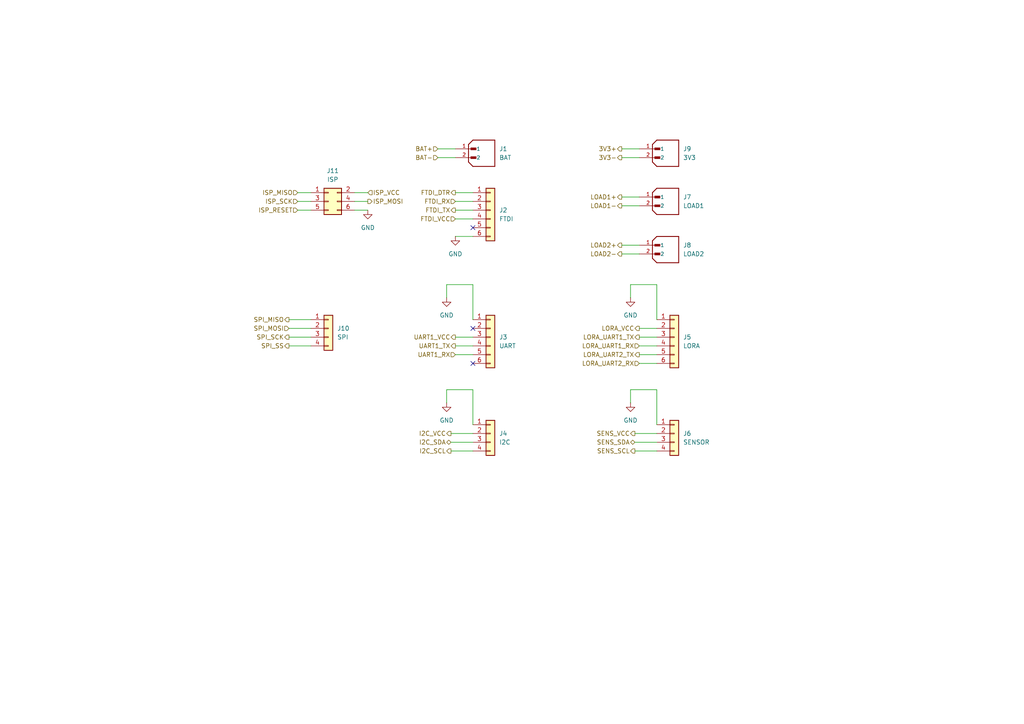
<source format=kicad_sch>
(kicad_sch (version 20231120) (generator "eeschema") (generator_version "8.0")
  (paper "A4")
  (lib_symbols
    (symbol "B2B-XH-A__LF__SN_:B2B-XH-A__LF__SN_" (pin_names (offset 1.016))
      (property "Reference" "J" (at -2.54 6.35 0))
      (property "Value" "B2B-XH-A__LF__SN_" (at -2.54 -5.08 0))
      (symbol "B2B-XH-A__LF__SN__0_0"
        (rectangle (start -3.175 -0.3175) (end -1.5875 0.3175) (stroke (width 0.1)) (fill (type outline)))
        (rectangle (start -3.175 2.2225) (end -1.5875 2.8575) (stroke (width 0.1)) (fill (type outline)))
        (polyline (pts (xy -3.81 -1.27) (xy -2.54 -2.54)) (stroke (width 0.254)))
        (polyline (pts (xy -3.81 3.81) (xy -3.81 -1.27)) (stroke (width 0.254)))
        (polyline (pts (xy -3.81 3.81) (xy -2.54 5.08)) (stroke (width 0.254)))
        (polyline (pts (xy -2.54 -2.54) (xy 3.81 -2.54)) (stroke (width 0.254)))
        (polyline (pts (xy 3.81 -2.54) (xy 3.81 5.08)) (stroke (width 0.254)))
        (polyline (pts (xy 3.81 5.08) (xy -2.54 5.08)) (stroke (width 0.254)))
        (pin passive line (at -7.62 2.54 0) (length 5.08) (name "1") (number "1"))
        (pin passive line (at -7.62 0 0) (length 5.08) (name "2") (number "2"))
      )
    )
    (symbol "Connector_Generic:Conn_01x04" (pin_names (offset 1.016) hide)
      (property "Reference" "J" (at 0 5.08 0))
      (property "Value" "Conn_01x04" (at 0 -7.62 0))
      (symbol "Conn_01x04_1_1"
        (rectangle (start -1.27 -4.953) (end 0 -5.207) (stroke (width 0.1524)))
        (rectangle (start -1.27 -2.413) (end 0 -2.667) (stroke (width 0.1524)))
        (rectangle (start -1.27 0.127) (end 0 -0.127) (stroke (width 0.1524)))
        (rectangle (start -1.27 2.667) (end 0 2.413) (stroke (width 0.1524)))
        (rectangle (start -1.27 3.81) (end 1.27 -6.35) (stroke (width 0.254)) (fill (type background)))
        (pin passive line (at -5.08 2.54 0) (length 3.81) (name "Pin_1") (number "1"))
        (pin passive line (at -5.08 0 0) (length 3.81) (name "Pin_2") (number "2"))
        (pin passive line (at -5.08 -2.54 0) (length 3.81) (name "Pin_3") (number "3"))
        (pin passive line (at -5.08 -5.08 0) (length 3.81) (name "Pin_4") (number "4"))
      )
    )
    (symbol "Connector_Generic:Conn_01x06" (pin_names (offset 1.016) hide)
      (property "Reference" "J" (at 0 7.62 0))
      (property "Value" "Conn_01x06" (at 0 -10.16 0))
      (symbol "Conn_01x06_1_1"
        (rectangle (start -1.27 -7.493) (end 0 -7.747) (stroke (width 0.1524)))
        (rectangle (start -1.27 -4.953) (end 0 -5.207) (stroke (width 0.1524)))
        (rectangle (start -1.27 -2.413) (end 0 -2.667) (stroke (width 0.1524)))
        (rectangle (start -1.27 0.127) (end 0 -0.127) (stroke (width 0.1524)))
        (rectangle (start -1.27 2.667) (end 0 2.413) (stroke (width 0.1524)))
        (rectangle (start -1.27 5.207) (end 0 4.953) (stroke (width 0.1524)))
        (rectangle (start -1.27 6.35) (end 1.27 -8.89) (stroke (width 0.254)) (fill (type background)))
        (pin passive line (at -5.08 5.08 0) (length 3.81) (name "Pin_1") (number "1"))
        (pin passive line (at -5.08 2.54 0) (length 3.81) (name "Pin_2") (number "2"))
        (pin passive line (at -5.08 0 0) (length 3.81) (name "Pin_3") (number "3"))
        (pin passive line (at -5.08 -2.54 0) (length 3.81) (name "Pin_4") (number "4"))
        (pin passive line (at -5.08 -5.08 0) (length 3.81) (name "Pin_5") (number "5"))
        (pin passive line (at -5.08 -7.62 0) (length 3.81) (name "Pin_6") (number "6"))
      )
    )
    (symbol "Connector_Generic:Conn_02x03_Odd_Even" (pin_names (offset 1.016) hide)
      (property "Reference" "J" (at 1.27 5.08 0))
      (property "Value" "Conn_02x03_Odd_Even" (at 1.27 -5.08 0))
      (symbol "Conn_02x03_Odd_Even_1_1"
        (rectangle (start -1.27 -2.413) (end 0 -2.667) (stroke (width 0.1524)))
        (rectangle (start -1.27 0.127) (end 0 -0.127) (stroke (width 0.1524)))
        (rectangle (start -1.27 2.667) (end 0 2.413) (stroke (width 0.1524)))
        (rectangle (start -1.27 3.81) (end 3.81 -3.81) (stroke (width 0.254)) (fill (type background)))
        (rectangle (start 3.81 -2.413) (end 2.54 -2.667) (stroke (width 0.1524)))
        (rectangle (start 3.81 0.127) (end 2.54 -0.127) (stroke (width 0.1524)))
        (rectangle (start 3.81 2.667) (end 2.54 2.413) (stroke (width 0.1524)))
        (pin passive line (at -5.08 2.54 0) (length 3.81) (name "Pin_1") (number "1"))
        (pin passive line (at 7.62 2.54 180) (length 3.81) (name "Pin_2") (number "2"))
        (pin passive line (at -5.08 0 0) (length 3.81) (name "Pin_3") (number "3"))
        (pin passive line (at 7.62 0 180) (length 3.81) (name "Pin_4") (number "4"))
        (pin passive line (at -5.08 -2.54 0) (length 3.81) (name "Pin_5") (number "5"))
        (pin passive line (at 7.62 -2.54 180) (length 3.81) (name "Pin_6") (number "6"))
      )
    )
    (symbol "power:GND" (power) (pin_numbers hide) (pin_names (offset 0) hide)
      (property "Value" "GND" (at 0 -3.81 0))
      (symbol "GND_0_1"
        (polyline (pts (xy 0 0) (xy 0 -1.27) (xy 1.27 -1.27) (xy 0 -2.54) (xy -1.27 -1.27) (xy 0 -1.27)))
      )
      (symbol "GND_1_1"
        (pin power_in line (at 0 0 270) (length 0) (name "~") (number "1"))
      )
    )
  )
  (no_connect (at 137.16 105.41))
  (no_connect (at 137.16 66.04))
  (no_connect (at 137.16 95.25))
  (wire (pts (xy 132.08 60.96) (xy 137.16 60.96)))
  (wire (pts (xy 182.88 82.55) (xy 182.88 86.36)))
  (wire (pts (xy 190.5 113.03) (xy 182.88 113.03)))
  (wire (pts (xy 102.87 60.96) (xy 106.68 60.96)))
  (wire (pts (xy 184.15 125.73) (xy 190.5 125.73)))
  (wire (pts (xy 83.82 95.25) (xy 90.17 95.25)))
  (wire (pts (xy 190.5 82.55) (xy 182.88 82.55)))
  (wire (pts (xy 86.36 58.42) (xy 90.17 58.42)))
  (wire (pts (xy 86.36 55.88) (xy 90.17 55.88)))
  (wire (pts (xy 129.54 113.03) (xy 129.54 116.84)))
  (wire (pts (xy 132.08 68.58) (xy 137.16 68.58)))
  (wire (pts (xy 129.54 82.55) (xy 137.16 82.55)))
  (wire (pts (xy 132.08 97.79) (xy 137.16 97.79)))
  (wire (pts (xy 182.88 113.03) (xy 182.88 116.84)))
  (wire (pts (xy 102.87 58.42) (xy 106.68 58.42)))
  (wire (pts (xy 132.08 100.33) (xy 137.16 100.33)))
  (wire (pts (xy 83.82 97.79) (xy 90.17 97.79)))
  (wire (pts (xy 185.42 95.25) (xy 190.5 95.25)))
  (wire (pts (xy 190.5 113.03) (xy 190.5 123.19)))
  (wire (pts (xy 127 43.18) (xy 132.08 43.18)))
  (wire (pts (xy 185.42 97.79) (xy 190.5 97.79)))
  (wire (pts (xy 180.34 43.18) (xy 185.42 43.18)))
  (wire (pts (xy 83.82 92.71) (xy 90.17 92.71)))
  (wire (pts (xy 127 45.72) (xy 132.08 45.72)))
  (wire (pts (xy 185.42 100.33) (xy 190.5 100.33)))
  (wire (pts (xy 132.08 102.87) (xy 137.16 102.87)))
  (wire (pts (xy 130.81 130.81) (xy 137.16 130.81)))
  (wire (pts (xy 137.16 113.03) (xy 137.16 123.19)))
  (wire (pts (xy 129.54 82.55) (xy 129.54 86.36)))
  (wire (pts (xy 83.82 100.33) (xy 90.17 100.33)))
  (wire (pts (xy 185.42 102.87) (xy 190.5 102.87)))
  (wire (pts (xy 132.08 58.42) (xy 137.16 58.42)))
  (wire (pts (xy 130.81 125.73) (xy 137.16 125.73)))
  (wire (pts (xy 86.36 60.96) (xy 90.17 60.96)))
  (wire (pts (xy 180.34 45.72) (xy 185.42 45.72)))
  (wire (pts (xy 180.34 57.15) (xy 185.42 57.15)))
  (wire (pts (xy 184.15 128.27) (xy 190.5 128.27)))
  (wire (pts (xy 190.5 82.55) (xy 190.5 92.71)))
  (wire (pts (xy 180.34 59.69) (xy 185.42 59.69)))
  (wire (pts (xy 132.08 55.88) (xy 137.16 55.88)))
  (wire (pts (xy 137.16 113.03) (xy 129.54 113.03)))
  (wire (pts (xy 180.34 71.12) (xy 185.42 71.12)))
  (wire (pts (xy 180.34 73.66) (xy 185.42 73.66)))
  (wire (pts (xy 130.81 128.27) (xy 137.16 128.27)))
  (wire (pts (xy 102.87 55.88) (xy 106.68 55.88)))
  (wire (pts (xy 184.15 130.81) (xy 190.5 130.81)))
  (wire (pts (xy 132.08 63.5) (xy 137.16 63.5)))
  (wire (pts (xy 185.42 105.41) (xy 190.5 105.41)))
  (wire (pts (xy 137.16 92.71) (xy 137.16 82.55)))
  (hierarchical_label "SPI_SS" (shape output) (at 83.82 100.33 180))
  (hierarchical_label "I2C_SCL" (shape output) (at 130.81 130.81 180))
  (hierarchical_label "LORA_UART2_RX" (shape input) (at 185.42 105.41 180))
  (hierarchical_label "FTDI_RX" (shape input) (at 132.08 58.42 180))
  (hierarchical_label "FTDI_DTR" (shape output) (at 132.08 55.88 180))
  (hierarchical_label "LOAD2+" (shape output) (at 180.34 71.12 180))
  (hierarchical_label "BAT-" (shape input) (at 127 45.72 180))
  (hierarchical_label "SPI_SCK" (shape output) (at 83.82 97.79 180))
  (hierarchical_label "UART1_TX" (shape output) (at 132.08 100.33 180))
  (hierarchical_label "LOAD1-" (shape output) (at 180.34 59.69 180))
  (hierarchical_label "I2C_SDA" (shape bidirectional) (at 130.81 128.27 180))
  (hierarchical_label "UART1_VCC" (shape output) (at 132.08 97.79 180))
  (hierarchical_label "LORA_UART1_RX" (shape input) (at 185.42 100.33 180))
  (hierarchical_label "SPI_MOSI" (shape input) (at 83.82 95.25 180))
  (hierarchical_label "LORA_VCC" (shape output) (at 185.42 95.25 180))
  (hierarchical_label "LOAD1+" (shape output) (at 180.34 57.15 180))
  (hierarchical_label "3V3+" (shape output) (at 180.34 43.18 180))
  (hierarchical_label "LOAD2-" (shape output) (at 180.34 73.66 180))
  (hierarchical_label "UART1_RX" (shape input) (at 132.08 102.87 180))
  (hierarchical_label "SPI_MISO" (shape output) (at 83.82 92.71 180))
  (hierarchical_label "FTDI_TX" (shape output) (at 132.08 60.96 180))
  (hierarchical_label "SENS_SDA" (shape bidirectional) (at 184.15 128.27 180))
  (hierarchical_label "3V3-" (shape output) (at 180.34 45.72 180))
  (hierarchical_label "I2C_VCC" (shape output) (at 130.81 125.73 180))
  (hierarchical_label "LORA_UART2_TX" (shape output) (at 185.42 102.87 180))
  (hierarchical_label "ISP_SCK" (shape input) (at 86.36 58.42 180))
  (hierarchical_label "ISP_MOSI" (shape output) (at 106.68 58.42 0))
  (hierarchical_label "SENS_SCL" (shape output) (at 184.15 130.81 180))
  (hierarchical_label "ISP_RESET" (shape input) (at 86.36 60.96 180))
  (hierarchical_label "ISP_MISO" (shape input) (at 86.36 55.88 180))
  (hierarchical_label "BAT+" (shape input) (at 127 43.18 180))
  (hierarchical_label "ISP_VCC" (shape input) (at 106.68 55.88 0))
  (hierarchical_label "FTDI_VCC" (shape input) (at 132.08 63.5 180))
  (hierarchical_label "SENS_VCC" (shape output) (at 184.15 125.73 180))
  (hierarchical_label "LORA_UART1_TX" (shape output) (at 185.42 97.79 180))
  (symbol (lib_id "B2B-XH-A__LF__SN_:B2B-XH-A__LF__SN_") (at 193.04 59.69 0) (unit 1)
    (property "Reference" "J7" (at 198.12 57.1499 0) (effects (justify left)))
    (property "Value" "LOAD1" (at 198.12 59.6899 0) (effects (justify left)))
    (property "Footprint" "B2B-XH-A__LF__SN_:JST_B2B-XH-A__LF__SN_" (effects (hide yes)))
    (property "MF" "JST Sales" (effects (hide yes)))
    (property "MAXIMUM_PACKAGE_HEIGHT" "7 mm" (effects (hide yes)))
    (property "Package" "None" (effects (hide yes)))
    (property "Price" "None" (effects (hide yes)))
    (property "Check_prices" "https://www.snapeda.com/parts/B2B-XH-A%20(LF)(SN)/JST/view-part/?ref=eda" (effects (hide yes)))
    (property "STANDARD" "Manufacturer Recommendations" (effects (hide yes)))
    (property "PARTREV" "N/A" (effects (hide yes)))
    (property "SnapEDA_Link" "https://www.snapeda.com/parts/B2B-XH-A%20(LF)(SN)/JST/view-part/?ref=snap" (effects (hide yes)))
    (property "MP" "B2B-XH-A (LF)(SN)" (effects (hide yes)))
    (property "Description_1" "\n                        \n                            Connector Header Through Hole 2 position 0.098 (2.50mm)\n                        \n" (effects (hide yes)))
    (property "MANUFACTURER" "JST Sales America Inc." (effects (hide yes)))
    (property "Availability" "In Stock" (effects (hide yes)))
    (property "SNAPEDA_PN" "B2B-XH-A (LF)(SN)" (effects (hide yes)))
  )
  (symbol (lib_id "power:GND") (at 106.68 60.96 0) (unit 1)
    (property "Reference" "#PWR047" (effects (hide yes)))
    (property "Value" "GND" (at 106.68 66.04 0))
    (property "Description" "Power symbol creates a global label with name \"GND\" , ground" (effects (hide yes)))
  )
  (symbol (lib_id "B2B-XH-A__LF__SN_:B2B-XH-A__LF__SN_") (at 193.04 73.66 0) (unit 1)
    (property "Reference" "J8" (at 198.12 71.1199 0) (effects (justify left)))
    (property "Value" "LOAD2" (at 198.12 73.6599 0) (effects (justify left)))
    (property "Footprint" "B2B-XH-A__LF__SN_:JST_B2B-XH-A__LF__SN_" (effects (hide yes)))
    (property "MF" "JST Sales" (effects (hide yes)))
    (property "MAXIMUM_PACKAGE_HEIGHT" "7 mm" (effects (hide yes)))
    (property "Package" "None" (effects (hide yes)))
    (property "Price" "None" (effects (hide yes)))
    (property "Check_prices" "https://www.snapeda.com/parts/B2B-XH-A%20(LF)(SN)/JST/view-part/?ref=eda" (effects (hide yes)))
    (property "STANDARD" "Manufacturer Recommendations" (effects (hide yes)))
    (property "PARTREV" "N/A" (effects (hide yes)))
    (property "SnapEDA_Link" "https://www.snapeda.com/parts/B2B-XH-A%20(LF)(SN)/JST/view-part/?ref=snap" (effects (hide yes)))
    (property "MP" "B2B-XH-A (LF)(SN)" (effects (hide yes)))
    (property "Description_1" "\n                        \n                            Connector Header Through Hole 2 position 0.098 (2.50mm)\n                        \n" (effects (hide yes)))
    (property "MANUFACTURER" "JST Sales America Inc." (effects (hide yes)))
    (property "Availability" "In Stock" (effects (hide yes)))
    (property "SNAPEDA_PN" "B2B-XH-A (LF)(SN)" (effects (hide yes)))
  )
  (symbol (lib_id "power:GND") (at 182.88 86.36 0) (unit 1)
    (property "Reference" "#PWR044" (effects (hide yes)))
    (property "Value" "GND" (at 182.88 91.44 0))
    (property "Description" "Power symbol creates a global label with name \"GND\" , ground" (effects (hide yes)))
  )
  (symbol (lib_id "B2B-XH-A__LF__SN_:B2B-XH-A__LF__SN_") (at 193.04 45.72 0) (unit 1)
    (property "Reference" "J9" (at 198.12 43.1799 0) (effects (justify left)))
    (property "Value" "3V3" (at 198.12 45.7199 0) (effects (justify left)))
    (property "Footprint" "B2B-XH-A__LF__SN_:JST_B2B-XH-A__LF__SN_" (effects (hide yes)))
    (property "MF" "JST Sales" (effects (hide yes)))
    (property "MAXIMUM_PACKAGE_HEIGHT" "7 mm" (effects (hide yes)))
    (property "Package" "None" (effects (hide yes)))
    (property "Price" "None" (effects (hide yes)))
    (property "Check_prices" "https://www.snapeda.com/parts/B2B-XH-A%20(LF)(SN)/JST/view-part/?ref=eda" (effects (hide yes)))
    (property "STANDARD" "Manufacturer Recommendations" (effects (hide yes)))
    (property "PARTREV" "N/A" (effects (hide yes)))
    (property "SnapEDA_Link" "https://www.snapeda.com/parts/B2B-XH-A%20(LF)(SN)/JST/view-part/?ref=snap" (effects (hide yes)))
    (property "MP" "B2B-XH-A (LF)(SN)" (effects (hide yes)))
    (property "Description_1" "\n                        \n                            Connector Header Through Hole 2 position 0.098 (2.50mm)\n                        \n" (effects (hide yes)))
    (property "MANUFACTURER" "JST Sales America Inc." (effects (hide yes)))
    (property "Availability" "In Stock" (effects (hide yes)))
    (property "SNAPEDA_PN" "B2B-XH-A (LF)(SN)" (effects (hide yes)))
  )
  (symbol (lib_id "Connector_Generic:Conn_02x03_Odd_Even") (at 95.25 58.42 0) (unit 1)
    (property "Reference" "J11" (at 96.52 49.53 0))
    (property "Value" "ISP" (at 96.52 52.07 0))
    (property "Description" "Generic connector, double row, 02x03, odd/even pin numbering scheme (row 1 odd numbers, row 2 even numbers), script generated (kicad-library-utils/schlib/autogen/connector/)" (effects (hide yes)))
  )
  (symbol (lib_id "Connector_Generic:Conn_01x04") (at 195.58 125.73 0) (unit 1)
    (property "Reference" "J6" (at 198.12 125.7299 0) (effects (justify left)))
    (property "Value" "SENSOR" (at 198.12 128.2699 0) (effects (justify left)))
    (property "Description" "Generic connector, single row, 01x04, script generated (kicad-library-utils/schlib/autogen/connector/)" (effects (hide yes)))
  )
  (symbol (lib_id "Connector_Generic:Conn_01x04") (at 95.25 95.25 0) (unit 1)
    (property "Reference" "J10" (at 97.79 95.2499 0) (effects (justify left)))
    (property "Value" "SPI" (at 97.79 97.7899 0) (effects (justify left)))
    (property "Description" "Generic connector, single row, 01x04, script generated (kicad-library-utils/schlib/autogen/connector/)" (effects (hide yes)))
  )
  (symbol (lib_id "Connector_Generic:Conn_01x06") (at 142.24 60.96 0) (unit 1)
    (property "Reference" "J2" (at 144.78 60.9599 0) (effects (justify left)))
    (property "Value" "FTDI" (at 144.78 63.4999 0) (effects (justify left)))
    (property "Description" "Generic connector, single row, 01x06, script generated (kicad-library-utils/schlib/autogen/connector/)" (effects (hide yes)))
  )
  (symbol (lib_id "power:GND") (at 129.54 116.84 0) (unit 1)
    (property "Reference" "#PWR043" (effects (hide yes)))
    (property "Value" "GND" (at 129.54 121.92 0))
    (property "Description" "Power symbol creates a global label with name \"GND\" , ground" (effects (hide yes)))
  )
  (symbol (lib_id "Connector_Generic:Conn_01x06") (at 195.58 97.79 0) (unit 1)
    (property "Reference" "J5" (at 198.12 97.7899 0) (effects (justify left)))
    (property "Value" "LORA" (at 198.12 100.3299 0) (effects (justify left)))
    (property "Description" "Generic connector, single row, 01x06, script generated (kicad-library-utils/schlib/autogen/connector/)" (effects (hide yes)))
  )
  (symbol (lib_id "power:GND") (at 182.88 116.84 0) (unit 1)
    (property "Reference" "#PWR045" (effects (hide yes)))
    (property "Value" "GND" (at 182.88 121.92 0))
    (property "Description" "Power symbol creates a global label with name \"GND\" , ground" (effects (hide yes)))
  )
  (symbol (lib_id "Connector_Generic:Conn_01x04") (at 142.24 125.73 0) (unit 1)
    (property "Reference" "J4" (at 144.78 125.7299 0) (effects (justify left)))
    (property "Value" "I2C" (at 144.78 128.2699 0) (effects (justify left)))
    (property "Description" "Generic connector, single row, 01x04, script generated (kicad-library-utils/schlib/autogen/connector/)" (effects (hide yes)))
  )
  (symbol (lib_id "B2B-XH-A__LF__SN_:B2B-XH-A__LF__SN_") (at 139.7 45.72 0) (unit 1)
    (property "Reference" "J1" (at 144.78 43.1799 0) (effects (justify left)))
    (property "Value" "BAT" (at 144.78 45.7199 0) (effects (justify left)))
    (property "Footprint" "B2B-XH-A__LF__SN_:JST_B2B-XH-A__LF__SN_" (effects (hide yes)))
    (property "MF" "JST Sales" (effects (hide yes)))
    (property "MAXIMUM_PACKAGE_HEIGHT" "7 mm" (effects (hide yes)))
    (property "Package" "None" (effects (hide yes)))
    (property "Price" "None" (effects (hide yes)))
    (property "Check_prices" "https://www.snapeda.com/parts/B2B-XH-A%20(LF)(SN)/JST/view-part/?ref=eda" (effects (hide yes)))
    (property "STANDARD" "Manufacturer Recommendations" (effects (hide yes)))
    (property "PARTREV" "N/A" (effects (hide yes)))
    (property "SnapEDA_Link" "https://www.snapeda.com/parts/B2B-XH-A%20(LF)(SN)/JST/view-part/?ref=snap" (effects (hide yes)))
    (property "MP" "B2B-XH-A (LF)(SN)" (effects (hide yes)))
    (property "Description_1" "\n                        \n                            Connector Header Through Hole 2 position 0.098 (2.50mm)\n                        \n" (effects (hide yes)))
    (property "MANUFACTURER" "JST Sales America Inc." (effects (hide yes)))
    (property "Availability" "In Stock" (effects (hide yes)))
    (property "SNAPEDA_PN" "B2B-XH-A (LF)(SN)" (effects (hide yes)))
  )
  (symbol (lib_id "Connector_Generic:Conn_01x06") (at 142.24 97.79 0) (unit 1)
    (property "Reference" "J3" (at 144.78 97.7899 0) (effects (justify left)))
    (property "Value" "UART" (at 144.78 100.3299 0) (effects (justify left)))
    (property "Description" "Generic connector, single row, 01x06, script generated (kicad-library-utils/schlib/autogen/connector/)" (effects (hide yes)))
  )
  (symbol (lib_id "power:GND") (at 132.08 68.58 0) (unit 1)
    (property "Reference" "#PWR041" (effects (hide yes)))
    (property "Value" "GND" (at 132.08 73.66 0))
    (property "Description" "Power symbol creates a global label with name \"GND\" , ground" (effects (hide yes)))
  )
  (symbol (lib_id "power:GND") (at 129.54 86.36 0) (unit 1)
    (property "Reference" "#PWR042" (effects (hide yes)))
    (property "Value" "GND" (at 129.54 91.44 0))
    (property "Description" "Power symbol creates a global label with name \"GND\" , ground" (effects (hide yes)))
  )
)
</source>
